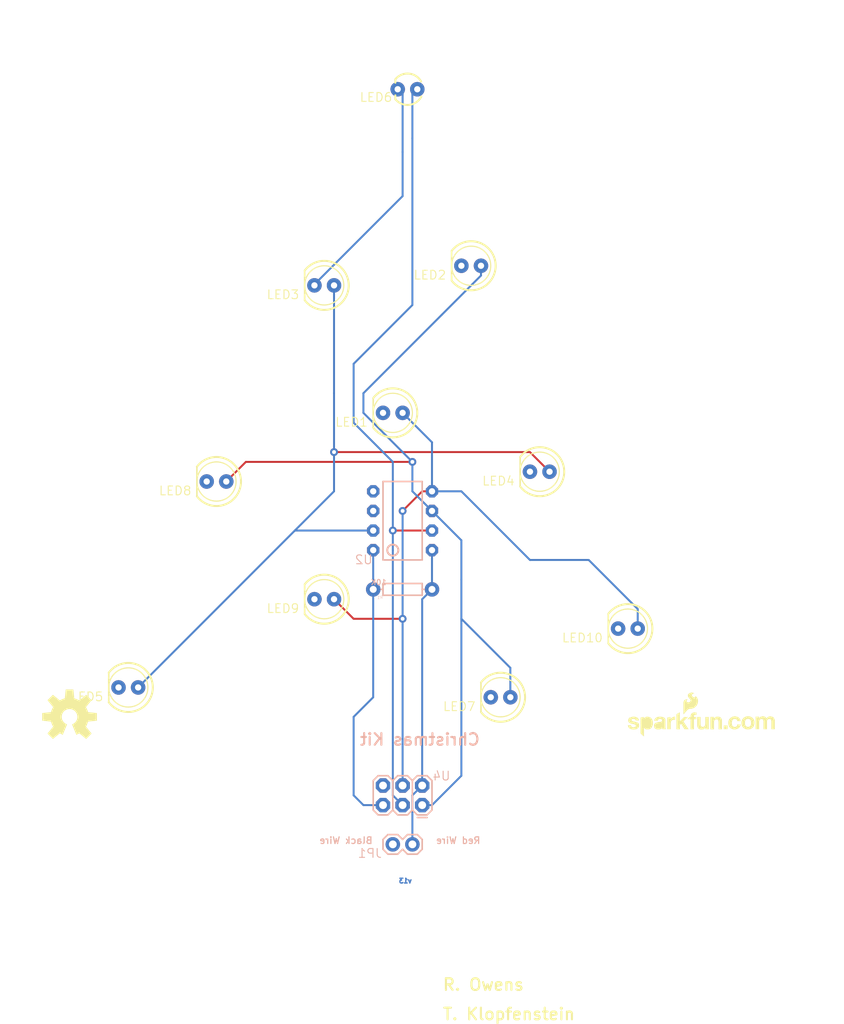
<source format=kicad_pcb>
(kicad_pcb (version 20211014) (generator pcbnew)
  (layers (0 "F.Cu" signal) (31 "B.Cu" signal) (34 "B.Paste" user) (35 "F.Paste" user) (36 "B.SilkS" user "B.Silkscreen") (37 "F.SilkS" user "F.Silkscreen") (38 "B.Mask" user) (39 "F.Mask" user) (44 "Edge.Cuts" user))
  (net 0 "")
  (net 1 "GND")
  (net 2 "LED1")
  (net 3 "LED2")
  (net 4 "LED3")
  (net 5 "RESET")
  (net 6 "VCC")
  (net 7 "SCK")
  (footprint "boardEagle:LED5MM" (layer "F.Cu") (at 209.4611 22.4536 180)
    (fp_text reference "LED2" (at 3.175 -0.5334 180) (layer "F.SilkS") (effects (font (size 1.143 1.143) (thickness 0.127)) (justify right top)))
    (fp_text value "GREEN")
    (fp_line (start 2.54 1.905) (end 2.54 -1.905) (layer "F.SilkS") (width 0.2032))
    (fp_arc (start 2.54 1.905) (mid -3.175 0) (end 2.54 -1.905) (layer "F.SilkS") (width 0.254))
    (fp_circle (center 0 0) (end 2.54 0) (layer "F.SilkS") (width 0.1524) (fill none))
    (pad "A" thru_hole circle (at -1.27 0 180) (size 1.8796 1.8796) (drill 0.8128) (layers *.Cu *.Mask) (net 3 "LED2"))
    (pad "K" thru_hole circle (at 1.27 0 180) (size 1.8796 1.8796) (drill 0.8128) (layers *.Cu *.Mask) (net 1 "GND"))
  )
  (footprint "boardEagle:LED5MM" (layer "F.Cu") (at 218.3511 49.1236 180)
    (fp_text reference "LED4" (at 3.175 -0.5334 180) (layer "F.SilkS") (effects (font (size 1.143 1.143) (thickness 0.127)) (justify right top)))
    (fp_text value "GREEN")
    (fp_line (start 2.54 1.905) (end 2.54 -1.905) (layer "F.SilkS") (width 0.2032))
    (fp_arc (start 2.54 1.905) (mid -3.175 0) (end 2.54 -1.905) (layer "F.SilkS") (width 0.254))
    (fp_circle (center 0 0) (end 2.54 0) (layer "F.SilkS") (width 0.1524) (fill none))
    (pad "A" thru_hole circle (at -1.27 0 180) (size 1.8796 1.8796) (drill 0.8128) (layers *.Cu *.Mask) (net 4 "LED3"))
    (pad "K" thru_hole circle (at 1.27 0 180) (size 1.8796 1.8796) (drill 0.8128) (layers *.Cu *.Mask) (net 1 "GND"))
  )
  (footprint "boardEagle:LED5MM" (layer "F.Cu") (at 199.3011 41.5036 180)
    (fp_text reference "LED1" (at 3.175 -0.5334 180) (layer "F.SilkS") (effects (font (size 1.143 1.143) (thickness 0.127)) (justify right top)))
    (fp_text value "GREEN")
    (fp_line (start 2.54 1.905) (end 2.54 -1.905) (layer "F.SilkS") (width 0.2032))
    (fp_arc (start 2.54 1.905) (mid -3.175 0) (end 2.54 -1.905) (layer "F.SilkS") (width 0.254))
    (fp_circle (center 0 0) (end 2.54 0) (layer "F.SilkS") (width 0.1524) (fill none))
    (pad "A" thru_hole circle (at -1.27 0 180) (size 1.8796 1.8796) (drill 0.8128) (layers *.Cu *.Mask) (net 2 "LED1"))
    (pad "K" thru_hole circle (at 1.27 0 180) (size 1.8796 1.8796) (drill 0.8128) (layers *.Cu *.Mask) (net 1 "GND"))
  )
  (footprint "boardEagle:LED3MM" (layer "F.Cu") (at 201.2061 -0.4064 180)
    (fp_text reference "LED6" (at 1.905 -0.381 180) (layer "F.SilkS") (effects (font (size 1.143 1.143) (thickness 0.127)) (justify right top)))
    (fp_text value "YELLOW")
    (fp_line (start 1.5748 1.2954) (end 1.5748 0.8382) (layer "F.SilkS") (width 0.254))
    (fp_line (start 1.5748 -1.2954) (end 1.5748 -0.7874) (layer "F.SilkS") (width 0.254))
    (fp_arc (start -1.7929 -0.9562) (mid -1.045438 -1.7424) (end 0 -2.032) (layer "F.SilkS") (width 0.254))
    (fp_arc (start 0 2.032) (mid -1.019924 1.757525) (end -1.7643 1.0082) (layer "F.SilkS") (width 0.254))
    (fp_arc (start 1.5512 1.3126) (mid 0.854953 1.843405) (end 0 2.032) (layer "F.SilkS") (width 0.254))
    (fp_arc (start 0 -2.032) (mid 0.861864 -1.840173) (end 1.561 -1.3009) (layer "F.SilkS") (width 0.254))
    (pad "A" thru_hole circle (at -1.27 0 180) (size 1.8796 1.8796) (drill 0.8128) (layers *.Cu *.Mask) (net 7 "SCK"))
    (pad "K" thru_hole circle (at 1.27 0 180) (size 1.8796 1.8796) (drill 0.8128) (layers *.Cu *.Mask) (net 1 "GND"))
  )
  (footprint "boardEagle:SFE-NEW-WEBLOGO" (layer "F.Cu") (at 229.7811 83.4136)
    (fp_text reference "JP2" hide)
    (fp_text value "LOGO-SFENEW" hide)
    (fp_line (start 10.7163 -0.9449) (end 10.7163 -2.5171) (layer "F.SilkS") (width 0.0254))
    (fp_line (start 15.5499 -2.6137) (end 15.5499 -2.2911) (layer "F.SilkS") (width 0.0254))
    (fp_line (start 15.5499 -2.2911) (end 15.527 -2.2911) (layer "F.SilkS") (width 0.0254))
    (fp_line (start 11.1379 -0.9449) (end 10.7163 -0.9449) (layer "F.SilkS") (width 0.0254))
    (fp_line (start 12.1818 -0.955) (end 11.7729 -0.955) (layer "F.SilkS") (width 0.0254))
    (fp_line (start 11.1379 -1.8136) (end 11.1379 -0.9449) (layer "F.SilkS") (width 0.0254))
    (fp_line (start 11.7729 -0.955) (end 11.7729 -1.9202) (layer "F.SilkS") (width 0.0254))
    (fp_line (start 12.1818 -2.0091) (end 12.1818 -0.955) (layer "F.SilkS") (width 0.0254))
    (fp_line (start 15.5702 -2.2962) (end 15.5702 -2.6137) (layer "F.SilkS") (width 0.0254))
    (fp_line (start 11.1201 -2.2962) (end 11.1277 -2.2962) (layer "F.SilkS") (width 0.0254))
    (fp_line (start 10.7163 -2.5171) (end 11.1201 -2.5171) (layer "F.SilkS") (width 0.0254))
    (fp_line (start 15.5702 -2.6137) (end 15.5854 -2.6137) (layer "F.SilkS") (width 0.0254))
    (fp_line (start 11.1201 -2.5171) (end 11.1201 -2.2962) (layer "F.SilkS") (width 0.0254))
    (fp_arc (start 14.7549 -1.9507) (mid 14.882786 -2.260687) (end 15.128201 -2.4892) (layer "F.SilkS") (width 0.0254))
    (fp_arc (start 15.5702 -2.2962) (mid 15.650001 -2.290017) (end 15.7277 -2.2708) (layer "F.SilkS") (width 0.0254))
    (fp_arc (start 14.9911 -1.1201) (mid 14.919858 -1.189481) (end 14.8615 -1.27) (layer "F.SilkS") (width 0.0254))
    (fp_arc (start 15.5854 -2.6137) (mid 15.698073 -2.606673) (end 15.809 -2.5857) (layer "F.SilkS") (width 0.0254))
    (fp_arc (start 11.259799 -2.1692) (mid 11.334441 -2.214452) (end 11.4198 -2.2327) (layer "F.SilkS") (width 0.0254))
    (fp_arc (start 15.9029 -0.9754) (mid 15.724919 -0.932492) (end 15.5423 -0.9195) (layer "F.SilkS") (width 0.0254))
    (fp_arc (start 15.5423 -0.9195) (mid 15.249615 -0.972854) (end 14.9911 -1.1201) (layer "F.SilkS") (width 0.0254))
    (fp_arc (start 11.5672 -2.5552) (mid 11.667584 -2.556058) (end 11.7678 -2.5502) (layer "F.SilkS") (width 0.0254))
    (fp_arc (start 12.0345 -2.4257) (mid 12.104013 -2.336521) (end 12.1488 -2.232699) (layer "F.SilkS") (width 0.0254))
    (fp_arc (start 11.1379 -1.8136) (mid 11.137681 -1.84785) (end 11.1379 -1.8821) (layer "F.SilkS") (width 0.0254))
    (fp_arc (start 15.1282 -2.4892) (mid 15.331296 -2.577713) (end 15.5499 -2.6137) (layer "F.SilkS") (width 0.0254))
    (fp_arc (start 11.7145 -2.1311) (mid 11.758038 -2.02962) (end 11.7729 -1.9202) (layer "F.SilkS") (width 0.0254))
    (fp_arc (start 15.809 -2.5857) (mid 15.978822 -2.520652) (end 16.129 -2.4181) (layer "F.SilkS") (width 0.0254))
    (fp_arc (start 16.4033 -1.8085) (mid 16.380488 -1.583529) (end 16.317 -1.3665) (layer "F.SilkS") (width 0.0254))
    (fp_arc (start 15.278099 -2.1692) (mid 15.388433 -2.258974) (end 15.527 -2.2911) (layer "F.SilkS") (width 0.0254))
    (fp_arc (start 15.7277 -2.2708) (mid 15.783745 -2.244042) (end 15.8318 -2.2047) (layer "F.SilkS") (width 0.0254))
    (fp_arc (start 11.1862 -2.3571) (mid 11.2264 -2.404414) (end 11.2725 -2.446) (layer "F.SilkS") (width 0.0254))
    (fp_arc (start 11.7678 -2.5502) (mid 11.911985 -2.511161) (end 12.0345 -2.425699) (layer "F.SilkS") (width 0.0254))
    (fp_arc (start 15.428 -1.2522) (mid 15.31871 -1.312699) (end 15.24 -1.4097) (layer "F.SilkS") (width 0.0254))
    (fp_arc (start 16.129 -2.4181) (mid 16.333054 -2.143404) (end 16.4033 -1.808499) (layer "F.SilkS") (width 0.0254))
    (fp_arc (start 11.1582 -2.319) (mid 11.152103 -2.311188) (end 11.1455 -2.3038) (layer "F.SilkS") (width 0.0254))
    (fp_arc (start 15.8318 -2.2047) (mid 15.910982 -2.096372) (end 15.9588 -1.971) (layer "F.SilkS") (width 0.0254))
    (fp_arc (start 12.1488 -2.2327) (mid 12.172766 -2.122002) (end 12.1818 -2.0091) (layer "F.SilkS") (width 0.0254))
    (fp_arc (start 15.7632 -1.2725) (mid 15.597525 -1.230563) (end 15.428 -1.2522) (layer "F.SilkS") (width 0.0254))
    (fp_arc (start 16.317 -1.3665) (mid 16.153433 -1.12491) (end 15.9029 -0.9754) (layer "F.SilkS") (width 0.0254))
    (fp_arc (start 15.908 -1.4097) (mid 15.846801 -1.329279) (end 15.7632 -1.2725) (layer "F.SilkS") (width 0.0254))
    (fp_arc (start 15.9588 -1.971) (mid 15.980368 -1.846143) (end 15.9868 -1.7196) (layer "F.SilkS") (width 0.0254))
    (fp_arc (start 11.1684 -2.0396) (mid 11.206138 -2.110015) (end 11.2598 -2.1692) (layer "F.SilkS") (width 0.0254))
    (fp_arc (start 15.9868 -1.7196) (mid 15.966058 -1.559906) (end 15.908 -1.4097) (layer "F.SilkS") (width 0.0254))
    (fp_arc (start 14.7523 -1.5672) (mid 14.737287 -1.759061) (end 14.7549 -1.9507) (layer "F.SilkS") (width 0.0254))
    (fp_arc (start 11.1582 -2.319) (mid 11.172158 -2.338081) (end 11.1862 -2.3571) (layer "F.SilkS") (width 0.0254))
    (fp_arc (start 11.1379 -1.8821) (mid 11.146106 -1.962214) (end 11.1684 -2.0396) (layer "F.SilkS") (width 0.0254))
    (fp_arc (start 15.24 -1.4097) (mid 15.194331 -1.520588) (end 15.1714 -1.6383) (layer "F.SilkS") (width 0.0254))
    (fp_arc (start 11.2725 -2.446) (mid 11.411238 -2.52384) (end 11.5672 -2.5552) (layer "F.SilkS") (width 0.0254))
    (fp_arc (start 11.1455 -2.3038) (mid 11.137379 -2.298176) (end 11.1277 -2.2962) (layer "F.SilkS") (width 0.0254))
    (fp_arc (start 11.5976 -2.2276) (mid 11.664346 -2.1894) (end 11.7145 -2.1311) (layer "F.SilkS") (width 0.0254))
    (fp_arc (start 11.5316 -2.2377) (mid 11.565101 -2.235924) (end 11.5976 -2.2276) (layer "F.SilkS") (width 0.0254))
    (fp_arc (start 15.168899 -1.8847) (mid 15.20247 -2.035022) (end 15.2781 -2.1692) (layer "F.SilkS") (width 0.0254))
    (fp_arc (start 11.5316 -2.2377) (mid 11.475702 -2.235165) (end 11.4198 -2.2327) (layer "F.SilkS") (width 0.0254))
    (fp_arc (start 15.1714 -1.6383) (mid 15.165026 -1.761448) (end 15.1689 -1.8847) (layer "F.SilkS") (width 0.0254))
    (fp_arc (start 14.8615 -1.27) (mid 14.792796 -1.413418) (end 14.7523 -1.5672) (layer "F.SilkS") (width 0.0254))
    (fp_poly (pts (xy 8.809435 -3.119895) (xy 8.875117 -3.1166) (xy 8.89 -3.1166) (xy 8.89 -2.7889) (xy 8.869112 -2.7889) (xy 8.841108 -2.7915) (xy 8.660351 -2.7915) (xy 8.587936 -2.740064) (xy 8.571192 -2.699602) (xy 8.5649 -2.653436) (xy 8.5649 -2.5273) (xy 8.8621 -2.5273) (xy 8.8621 -2.2352) (xy 8.5623 -2.2352) (xy 8.5623 -0.9322) (xy 8.1204 -0.9322) (xy 8.1204 -2.232779) (xy 7.70383 -2.235391) (xy 7.995739 -2.5273) (xy 8.1255 -2.5273) (xy 8.1255 -2.560826) (xy 8.143432 -2.77702) (xy 8.219199 -2.938937) (xy 8.324367 -3.032939) (xy 8.449534 -3.095959) (xy 8.586403 -3.1242) (xy 8.743112 -3.1242)) (layer "F.SilkS") (width 0) (fill solid))
    (fp_poly (pts (xy 12.4257 -0.9449) (xy 12.921 -0.9449) (xy 12.921 -1.43) (xy 12.4257 -1.43)) (layer "F.SilkS") (width 0) (fill solid))
    (fp_poly (pts (xy 17.714962 -2.583496) (xy 17.714669 -2.58013) (xy 17.812284 -2.526288) (xy 17.900302 -2.442716) (xy 17.956995 -2.351455) (xy 17.961394 -2.355854) (xy 18.007182 -2.404147) (xy 18.086856 -2.480888) (xy 18.177617 -2.546023) (xy 18.30384 -2.60027) (xy 18.440544 -2.616304) (xy 18.698981 -2.580082) (xy 18.93345 -2.426436) (xy 19.05 -2.112985) (xy 19.05 -0.9398) (xy 18.6004 -0.9398) (xy 18.6004 -1.979658) (xy 18.558302 -2.150487) (xy 18.49797 -2.220003) (xy 18.412014 -2.255689) (xy 18.322362 -2.262413) (xy 18.233537 -2.253336) (xy 18.121633 -2.190061) (xy 18.068614 -2.109201) (xy 18.041426 -2.014408) (xy 18.036069 -1.960144) (xy 18.034 -1.904767) (xy 18.034 -0.9398) (xy 17.5768 -0.9398) (xy 17.5768 -2.006808) (xy 17.507834 -2.191589) (xy 17.433119 -2.246143) (xy 17.339789 -2.26304) (xy 17.298061 -2.260863) (xy 17.256145 -2.258198) (xy 17.19103 -2.2421) (xy 17.135402 -2.205103) (xy 17.092564 -2.160343) (xy 17.055171 -2.112821) (xy 17.0155 -1.934108) (xy 17.0155 -0.9423) (xy 16.5583 -0.9423) (xy 16.5583 -2.573) (xy 16.9824 -2.573) (xy 16.9824 -2.355139) (xy 16.985319 -2.355789) (xy 17.015959 -2.3959) (xy 17.093229 -2.475705) (xy 17.171263 -2.538367) (xy 17.262579 -2.579887) (xy 17.318155 -2.59498) (xy 17.374103 -2.605849) (xy 17.443329 -2.614463) (xy 17.514022 -2.618767)) (layer "F.SilkS") (width 0) (fill solid))
    (fp_poly (pts (xy 2.834651 -2.506079) (xy 2.92707 -2.450683) (xy 3.011605 -2.383731) (xy 3.1267 -2.221709) (xy 3.1267 -2.263503) (xy 3.219434 -1.972794) (xy 3.236098 -1.526727) (xy 3.068933 -1.135798) (xy 2.975978 -1.041462) (xy 2.864973 -0.970996) (xy 2.740356 -0.92713) (xy 2.372489 -0.922) (xy 2.370226 -0.922) (xy 2.254471 -0.962806) (xy 2.0828 -1.127587) (xy 2.0828 0.010757) (xy 1.6434 -0.385552) (xy 1.6434 -2.45912) (xy 2.057593 -2.537568) (xy 2.055012 -2.330538) (xy 2.068304 -2.345345) (xy 2.15812 -2.442839) (xy 2.234107 -2.497896) (xy 2.368681 -2.552194) (xy 2.419192 -2.562883) (xy 2.620347 -2.565422)) (layer "F.SilkS") (width 0) (fill solid))
    (fp_poly (pts (xy 8.337002 -5.691103) (xy 8.426449 -5.668729) (xy 8.439477 -5.663683) (xy 8.451149 -5.657775) (xy 8.46786 -5.649476) (xy 8.486552 -5.642734) (xy 8.582694 -5.5855) (xy 8.5903 -5.5855) (xy 8.5903 -5.5601) (xy 8.517833 -5.5601) (xy 8.419418 -5.540814) (xy 8.285855 -5.378186) (xy 8.290365 -5.319725) (xy 8.33909 -5.224769) (xy 8.415666 -5.148096) (xy 8.505069 -5.083538) (xy 8.580348 -5.051724) (xy 8.661737 -5.054532) (xy 8.669864 -5.057086) (xy 8.677257 -5.060289) (xy 8.741514 -5.119856) (xy 8.7478 -5.142712) (xy 8.7478 -5.260838) (xy 8.974707 -5.031027) (xy 9.079186 -4.739741) (xy 9.082603 -4.739794) (xy 9.08906 -4.533335) (xy 9.059857 -4.34032) (xy 8.996308 -4.155742) (xy 8.8773 -3.944478) (xy 8.8773 -3.963481) (xy 8.589131 -3.69191) (xy 8.193239 -3.5814) (xy 7.964005 -3.5814) (xy 7.927201 -3.574946) (xy 7.892776 -3.562492) (xy 7.707322 -3.424684) (xy 7.1984 -2.85199) (xy 7.1984 -4.40367) (xy 7.271004 -4.644867) (xy 7.379295 -4.748389) (xy 7.518122 -4.800422) (xy 7.6149 -4.807989) (xy 7.710384 -4.800523) (xy 7.77091 -4.790999) (xy 7.768788 -4.767333) (xy 7.733216 -4.768142) (xy 7.712784 -4.759041) (xy 7.631519 -4.700054) (xy 7.611722 -4.67357) (xy 7.601395 -4.6114) (xy 7.611905 -4.548129) (xy 7.632405 -4.508074) (xy 7.663343 -4.475585) (xy 7.757535 -4.42645) (xy 7.863229 -4.414642) (xy 7.953768 -4.432984) (xy 8.03522 -4.472556) (xy 8.13303 -4.637559) (xy 8.118706 -4.731744) (xy 8.061914 -4.813301) (xy 7.795707 -5.146137) (xy 7.772667 -5.393755) (xy 7.838495 -5.504456) (xy 7.840042 -5.506003) (xy 7.989901 -5.63002) (xy 8.243676 -5.699964)) (layer "F.SilkS") (width 0) (fill solid))
    (fp_poly (pts (xy 4.444983 -2.544915) (xy 4.588724 -2.501712) (xy 4.72259 -2.430523) (xy 4.844814 -2.271666) (xy 4.859671 -2.1819) (xy 4.8616 -2.1819) (xy 4.8616 -1.6891) (xy 4.864173 -1.6891) (xy 4.861603 -1.242544) (xy 4.871819 -1.108765) (xy 4.906709 -0.979276) (xy 4.920484 -0.9423) (xy 4.495275 -0.9423) (xy 4.477494 -0.951279) (xy 4.472002 -0.970735) (xy 4.468249 -0.985133) (xy 4.446292 -1.084946) (xy 4.440321 -1.089528) (xy 4.438946 -1.088886) (xy 4.309064 -0.98859) (xy 4.153188 -0.927249) (xy 3.824183 -0.906712) (xy 3.683825 -0.938256) (xy 3.554173 -1.000134) (xy 3.486826 -1.05665) (xy 3.437273 -1.130532) (xy 3.3807 -1.444163) (xy 3.3807 -1.446675) (xy 3.401941 -1.543624) (xy 3.446308 -1.632822) (xy 3.527788 -1.722902) (xy 3.632416 -1.784766) (xy 3.937258 -1.861632) (xy 4.048648 -1.873601) (xy 4.159032 -1.884616) (xy 4.224808 -1.893434) (xy 4.289167 -1.907055) (xy 4.336271 -1.923637) (xy 4.379043 -1.948303) (xy 4.407461 -1.974391) (xy 4.413402 -1.982997) (xy 4.4171 -1.991455) (xy 4.4171 -2.14983) (xy 4.358226 -2.232254) (xy 4.254396 -2.270917) (xy 4.188033 -2.274326) (xy 4.120968 -2.275774) (xy 4.006679 -2.25395) (xy 3.883049 -2.131716) (xy 3.8659 -2.045941) (xy 3.8659 -2.0295) (xy 3.429 -2.0295) (xy 3.429 -2.040006) (xy 3.418965 -2.041638) (xy 3.439259 -2.166448) (xy 3.491292 -2.283494) (xy 3.571378 -2.383462) (xy 3.674008 -2.459597) (xy 3.791998 -2.513469) (xy 3.916944 -2.547448) (xy 4.18103 -2.571338)) (layer "F.SilkS") (width 0) (fill solid))
    (fp_poly (pts (xy 6.1316 -2.557116) (xy 6.1316 -2.1463) (xy 6.115783 -2.1463) (xy 6.10653 -2.147054) (xy 6.097893 -2.149211) (xy 6.068387 -2.157247) (xy 6.038922 -2.161538) (xy 5.96265 -2.16474) (xy 5.887609 -2.16159) (xy 5.731931 -2.107297) (xy 5.637642 -2.018651) (xy 5.577302 -1.903423) (xy 5.5499 -1.736362) (xy 5.5499 -0.9423) (xy 5.107878 -0.9423) (xy 5.110519 -2.454146) (xy 5.522 -2.527255) (xy 5.522 -2.234211) (xy 5.526569 -2.235704) (xy 5.544428 -2.262537) (xy 5.578841 -2.314524) (xy 5.613758 -2.367854) (xy 5.686736 -2.438162) (xy 5.778008 -2.498223) (xy 5.979984 -2.565515)) (layer "F.SilkS") (width 0) (fill solid))
    (fp_poly (pts (xy 6.7335 -1.97376) (xy 7.284539 -2.5248) (xy 7.78835 -2.5248) (xy 7.197009 -1.946483) (xy 7.869909 -0.937183) (xy 7.330929 -0.939835) (xy 6.903958 -1.643716) (xy 6.7386 -1.483032) (xy 6.7386 -0.9296) (xy 6.306639 -0.9296) (xy 6.2941 -0.942139) (xy 6.2941 -2.887776) (xy 6.7335 -3.138467)) (layer "F.SilkS") (width 0) (fill solid))
    (fp_poly (pts (xy 11.770768 -2.56283) (xy 12.043428 -2.435548) (xy 12.160999 -2.237024) (xy 12.1945 -2.010032) (xy 12.1945 -0.9423) (xy 11.7602 -0.9423) (xy 11.7602 -1.918474) (xy 11.70302 -2.124971) (xy 11.656141 -2.179464) (xy 11.593345 -2.215403) (xy 11.53092 -2.224956) (xy 11.476269 -2.222478) (xy 11.422495 -2.220106) (xy 11.268 -2.158791) (xy 11.18035 -2.034508) (xy 11.1506 -1.880883) (xy 11.1506 -0.9322) (xy 10.7036 -0.9322) (xy 10.7036 -2.5298) (xy 11.1328 -2.5298) (xy 11.1328 -2.310454) (xy 11.136857 -2.313263) (xy 11.148195 -2.326834) (xy 11.161924 -2.345602) (xy 11.176241 -2.364992) (xy 11.217267 -2.413279) (xy 11.265048 -2.456381) (xy 11.406772 -2.535896) (xy 11.566093 -2.567932)) (layer "F.SilkS") (width 0) (fill solid))
    (fp_poly (pts (xy 1.201557 -2.290098) (xy 1.414074 -2.156268) (xy 1.42383 -2.065) (xy 1.01008 -2.065) (xy 1.00135 -2.126336) (xy 0.936084 -2.220524) (xy 0.871818 -2.257603) (xy 0.798545 -2.2758) (xy 0.628591 -2.2758) (xy 0.583991 -2.267366) (xy 0.541641 -2.251683) (xy 0.51157 -2.232098) (xy 0.488615 -2.205726) (xy 0.469153 -2.152745) (xy 0.474605 -2.097619) (xy 0.521549 -2.031824) (xy 0.664468 -1.962838) (xy 0.866638 -1.922444) (xy 1.206678 -1.822687) (xy 1.354318 -1.729494) (xy 1.389578 -1.692366) (xy 1.416579 -1.648151) (xy 1.460229 -1.440208) (xy 1.447804 -1.4376) (xy 1.460484 -1.436955) (xy 1.457817 -1.384541) (xy 1.452657 -1.33034) (xy 1.371775 -1.140043) (xy 1.14885 -0.969822) (xy 1.013381 -0.927267) (xy 0.74708 -0.904177) (xy 0.617383 -0.909691) (xy 0.487493 -0.922202) (xy 0.306845 -0.984179) (xy 0.185213 -1.061804) (xy 0.109225 -1.132023) (xy 0.056988 -1.2215) (xy 0.013059 -1.350644) (xy 0.002577 -1.410659) (xy -0.00152 -1.469003) (xy 0.738195 -1.10308) (xy 1.120535 -1.189415) (xy 1.224069 -1.497645) (xy 0.809011 -1.723764) (xy 0.364394 -1.98847) (xy 0.308075 -2.310537) (xy 0.741882 -2.423672)) (layer "F.SilkS") (width 0) (fill solid))
    (fp_poly (pts (xy 0.803285 -2.567895) (xy 0.944243 -2.553799) (xy 1.081508 -2.516334) (xy 1.193542 -2.461399) (xy 1.291841 -2.383865) (xy 1.357039 -2.297824) (xy 1.377068 -2.257603) (xy 1.393653 -2.216867) (xy 1.417283 -2.151914) (xy 1.353784 -2.105111) (xy 1.152335 -2.254241) (xy 0.736496 -2.387002) (xy 0.372563 -2.277101) (xy 0.417885 -2.019712) (xy 1.241556 -1.540676) (xy 1.263422 -1.497067) (xy 1.147655 -1.152457) (xy 0.724605 -1.058492) (xy -0.038666 -1.4605) (xy 0.4115 -1.4605) (xy 0.4115 -1.443466) (xy 0.420402 -1.369907) (xy 0.454647 -1.305856) (xy 0.524204 -1.243359) (xy 0.610838 -1.206018) (xy 0.637726 -1.200933) (xy 0.665996 -1.198897) (xy 0.7328 -1.198389) (xy 0.79791 -1.198884) (xy 0.968129 -1.258019) (xy 1.007666 -1.302193) (xy 1.028603 -1.358428) (xy 1.025789 -1.425439) (xy 0.995864 -1.485288) (xy 0.943734 -1.527918) (xy 0.715431 -1.605731) (xy 0.533161 -1.644154) (xy 0.351479 -1.692254) (xy 0.230117 -1.743632) (xy 0.122357 -1.822697) (xy 0.0457 -1.960096) (xy 0.0457 -1.963141) (xy 0.038572 -2.135467) (xy 0.0838 -2.300409) (xy 0.0838 -2.303445) (xy 0.206233 -2.444416) (xy 0.620397 -2.567885) (xy 0.71245 -2.568634)) (layer "F.SilkS") (width 0) (fill solid))
    (fp_poly (pts (xy 14.181776 -2.563159) (xy 14.181555 -2.560669) (xy 14.327447 -2.496725) (xy 14.547848 -2.246517) (xy 14.619242 -1.9914) (xy 14.1707 -1.9914) (xy 14.1707 -2.005388) (xy 14.15242 -2.10038) (xy 14.100807 -2.180729) (xy 14.023181 -2.236025) (xy 13.860405 -2.2706) (xy 13.694207 -2.245798) (xy 13.653262 -2.227396) (xy 13.618712 -2.198612) (xy 13.531409 -2.074936) (xy 13.459735 -1.779947) (xy 13.507258 -1.471936) (xy 13.55233 -1.379537) (xy 13.718934 -1.256376) (xy 13.795519 -1.238584) (xy 13.875272 -1.234455) (xy 13.963395 -1.249226) (xy 14.044683 -1.286045) (xy 14.088707 -1.320383) (xy 14.123821 -1.362695) (xy 14.191983 -1.5646) (xy 14.6202 -1.5646) (xy 14.6202 -1.546046) (xy 14.607183 -1.4497) (xy 14.551954 -1.307962) (xy 14.468685 -1.180108) (xy 14.234909 -0.989147) (xy 13.88734 -0.904104) (xy 13.726062 -0.914148) (xy 13.567886 -0.942693) (xy 13.423659 -0.994928) (xy 13.188191 -1.185237) (xy 13.098694 -1.32648) (xy 13.017451 -1.644495) (xy 13.0251 -1.894992) (xy 13.0251 -1.896181) (xy 13.064859 -2.076939) (xy 13.14486 -2.243932) (xy 13.26133 -2.388842) (xy 13.574558 -2.580191) (xy 13.883988 -2.616332)) (layer "F.SilkS") (width 0) (fill solid))
    (fp_poly (pts (xy 15.5499 -2.609649) (xy 15.5499 -2.29782) (xy 15.429469 -2.281338) (xy 15.314616 -2.217851) (xy 15.23586 -2.109416) (xy 15.196312 -2.020604) (xy 15.168868 -1.873153) (xy 15.163824 -1.687316) (xy 15.181322 -1.562471) (xy 15.218744 -1.447652) (xy 15.272523 -1.345) (xy 15.437302 -1.244156) (xy 15.6121 -1.221967) (xy 15.787119 -1.281181) (xy 15.894998 -1.379217) (xy 15.949332 -1.500229) (xy 15.9868 -1.655017) (xy 15.9868 -1.797481) (xy 15.961756 -1.990339) (xy 15.88736 -2.151531) (xy 15.803924 -2.232457) (xy 15.708711 -2.283762) (xy 15.58997 -2.2936) (xy 15.567485 -2.2936) (xy 15.57294 -2.617878) (xy 15.788992 -2.590535) (xy 15.954486 -2.53364) (xy 16.155367 -2.394616) (xy 16.266844 -2.264968) (xy 16.37246 -2.027864) (xy 16.400898 -1.805948) (xy 16.375193 -1.592623) (xy 16.305839 -1.343513) (xy 16.222719 -1.211114) (xy 16.101494 -1.095067) (xy 15.987532 -1.014773) (xy 15.799031 -0.950211) (xy 15.544583 -0.924513) (xy 15.240687 -0.965682) (xy 14.951456 -1.146439) (xy 14.788469 -1.399985) (xy 14.726674 -1.793647) (xy 14.809154 -2.154405) (xy 15.026083 -2.4307) (xy 15.368412 -2.600648) (xy 15.51864 -2.6187) (xy 15.52691 -2.6187)) (layer "F.SilkS") (width 0) (fill solid))
    (fp_poly (pts (xy 9.4234 -1.520809) (xy 9.472888 -1.359974) (xy 9.516069 -1.308185) (xy 9.573108 -1.271734) (xy 9.714103 -1.241374) (xy 9.853529 -1.268908) (xy 10.003067 -1.442966) (xy 10.033 -1.684784) (xy 10.033 -2.5273) (xy 10.48 -2.5273) (xy 10.48 -0.9398) (xy 10.0533 -0.9398) (xy 10.0533 -1.159713) (xy 9.961626 -1.051965) (xy 9.823848 -0.946774) (xy 9.797269 -0.933513) (xy 9.76873 -0.924761) (xy 9.46843 -0.899096) (xy 9.311419 -0.929258) (xy 9.173895 -1.0008) (xy 9.172522 -1.0008) (xy 9.155194 -1.014756) (xy 9.141833 -1.028106) (xy 9.055991 -1.150842) (xy 9.0022 -1.291099) (xy 8.984 -1.439423) (xy 8.984 -2.5324) (xy 9.4234 -2.5324)) (layer "F.SilkS") (width 0) (fill solid))
  )
  (footprint "boardEagle:LED5MM" (layer "F.Cu") (at 190.4111 24.9936 180)
    (fp_text reference "LED3" (at 3.175 -0.5334 180) (layer "F.SilkS") (effects (font (size 1.143 1.143) (thickness 0.127)) (justify right top)))
    (fp_text value "GREEN")
    (fp_line (start 2.54 1.905) (end 2.54 -1.905) (layer "F.SilkS") (width 0.2032))
    (fp_arc (start 2.54 1.905) (mid -3.175 0) (end 2.54 -1.905) (layer "F.SilkS") (width 0.254))
    (fp_circle (center 0 0) (end 2.54 0) (layer "F.SilkS") (width 0.1524) (fill none))
    (pad "A" thru_hole circle (at -1.27 0 180) (size 1.8796 1.8796) (drill 0.8128) (layers *.Cu *.Mask) (net 4 "LED3"))
    (pad "K" thru_hole circle (at 1.27 0 180) (size 1.8796 1.8796) (drill 0.8128) (layers *.Cu *.Mask) (net 1 "GND"))
  )
  (footprint "boardEagle:CREATIVE_COMMONS" (layer "F.Cu") (at 174.894643 116.4336)
    (fp_text reference "FRAME1" hide)
    (fp_text value "FRAME-LETTER" hide)
  )
  (footprint "boardEagle:OSHW-LOGO-L" (layer "F.Cu") (at 157.3911 80.8736)
    (fp_text reference "LOGO1" hide)
    (fp_text value "OSHW-LOGOL" hide)
    (fp_poly (pts (xy 0.610796 -2.402544) (xy 0.821484 -2.341478) (xy 1.07475 -2.236589) (xy 1.266928 -2.130809) (xy 2.159919 -2.858947) (xy 2.858947 -2.159919) (xy 2.128937 -1.264633) (xy 2.340898 -0.823484) (xy 2.402544 -0.610796) (xy 3.5489 -0.494262) (xy 3.5489 0.494262) (xy 2.399597 0.611095) (xy 2.237593 1.072925) (xy 2.130809 1.266928) (xy 2.858947 2.159919) (xy 2.159919 2.858947) (xy 1.26577 2.129865) (xy 0.882794 2.327084) (xy 0.323184 0.976133) (xy 0.55859 0.851582) (xy 0.707766 0.732309) (xy 0.832045 0.587286) (xy 0.927066 0.421602) (xy 0.989479 0.241097) (xy 1.017093 0.05211) (xy 1.008937 -0.138715) (xy 0.965296 -0.324657) (xy 0.887708 -0.499175) (xy 0.778894 -0.656147) (xy 0.64269 -0.790039) (xy 0.483883 -0.896144) (xy 0.308058 -0.970735) (xy 0.12139 -1.011186) (xy -0.069537 -1.016073) (xy -0.258025 -0.985226) (xy -0.437433 -0.919731) (xy -0.601469 -0.821886) (xy -0.744343 -0.69514) (xy -0.861043 -0.543944) (xy -0.947463 -0.373614) (xy -1.000558 -0.190158) (xy -1.018453 -0.000157) (xy -0.998874 0.198682) (xy -0.940924 0.389729) (xy -0.846813 0.565799) (xy -0.720162 0.720119) (xy -0.565833 0.846768) (xy -0.323294 0.976398) (xy -0.882794 2.327084) (xy -1.26577 2.129865) (xy -2.159919 2.858947) (xy -2.858947 2.159919) (xy -2.130809 1.266928) (xy -2.236589 1.07475) (xy -2.341478 0.821484) (xy -2.402544 0.610796) (xy -3.5489 0.494262) (xy -3.5489 -0.494262) (xy -2.402544 -0.610796) (xy -2.341478 -0.821484) (xy -2.236589 -1.07475) (xy -2.130809 -1.266928) (xy -2.858947 -2.159919) (xy -2.159919 -2.858947) (xy -1.266928 -2.130809) (xy -1.07475 -2.236589) (xy -0.821484 -2.341478) (xy -0.610796 -2.402544) (xy -0.494262 -3.5489) (xy 0.494262 -3.5489)) (layer "F.SilkS") (width 0) (fill solid))
  )
  (footprint "boardEagle:REVISION" (layer "F.Cu") (at 186.6011 118.9736)
    (fp_text reference "U$1" hide)
    (fp_text value "REVISION" hide)
  )
  (footprint "boardEagle:LED5MM" (layer "F.Cu") (at 229.7811 69.4436 180)
    (fp_text reference "LED10" (at 3.175 -0.5334 180) (layer "F.SilkS") (effects (font (size 1.143 1.143) (thickness 0.127)) (justify right top)))
    (fp_text value "GREEN")
    (fp_line (start 2.54 1.905) (end 2.54 -1.905) (layer "F.SilkS") (width 0.2032))
    (fp_arc (start 2.54 1.905) (mid -3.175 0) (end 2.54 -1.905) (layer "F.SilkS") (width 0.254))
    (fp_circle (center 0 0) (end 2.54 0) (layer "F.SilkS") (width 0.1524) (fill none))
    (pad "A" thru_hole circle (at -1.27 0 180) (size 1.8796 1.8796) (drill 0.8128) (layers *.Cu *.Mask) (net 2 "LED1"))
    (pad "K" thru_hole circle (at 1.27 0 180) (size 1.8796 1.8796) (drill 0.8128) (layers *.Cu *.Mask) (net 1 "GND"))
  )
  (footprint "boardEagle:LED5MM" (layer "F.Cu") (at 213.2711 78.3336 180)
    (fp_text reference "LED7" (at 3.175 -0.5334 180) (layer "F.SilkS") (effects (font (size 1.143 1.143) (thickness 0.127)) (justify right top)))
    (fp_text value "GREEN")
    (fp_line (start 2.54 1.905) (end 2.54 -1.905) (layer "F.SilkS") (width 0.2032))
    (fp_arc (start 2.54 1.905) (mid -3.175 0) (end 2.54 -1.905) (layer "F.SilkS") (width 0.254))
    (fp_circle (center 0 0) (end 2.54 0) (layer "F.SilkS") (width 0.1524) (fill none))
    (pad "A" thru_hole circle (at -1.27 0 180) (size 1.8796 1.8796) (drill 0.8128) (layers *.Cu *.Mask) (net 3 "LED2"))
    (pad "K" thru_hole circle (at 1.27 0 180) (size 1.8796 1.8796) (drill 0.8128) (layers *.Cu *.Mask) (net 1 "GND"))
  )
  (footprint "boardEagle:LED5MM" (layer "F.Cu") (at 165.0111 77.0636 180)
    (fp_text reference "LED5" (at 3.175 -0.5334 180) (layer "F.SilkS") (effects (font (size 1.143 1.143) (thickness 0.127)) (justify right top)))
    (fp_text value "GREEN")
    (fp_line (start 2.54 1.905) (end 2.54 -1.905) (layer "F.SilkS") (width 0.2032))
    (fp_arc (start 2.54 1.905) (mid -3.175 0) (end 2.54 -1.905) (layer "F.SilkS") (width 0.254))
    (fp_circle (center 0 0) (end 2.54 0) (layer "F.SilkS") (width 0.1524) (fill none))
    (pad "A" thru_hole circle (at -1.27 0 180) (size 1.8796 1.8796) (drill 0.8128) (layers *.Cu *.Mask) (net 4 "LED3"))
    (pad "K" thru_hole circle (at 1.27 0 180) (size 1.8796 1.8796) (drill 0.8128) (layers *.Cu *.Mask) (net 1 "GND"))
  )
  (footprint "" (layer "F.Cu") (at 201.2061 -5.2324)
    (fp_text reference "@HOLE0" hide)
    (fp_text value "" (at 0 0) (layer "F.SilkS") (effects (font (size 1.27 1.27))))
    (pad "" np_thru_hole circle (at 0 0) (size 0.508 0.508) (drill 0.508) (layers *.Cu *.Mask))
  )
  (footprint "boardEagle:LED5MM" (layer "F.Cu") (at 176.4411 50.3936 180)
    (fp_text reference "LED8" (at 3.175 -0.5334 180) (layer "F.SilkS") (effects (font (size 1.143 1.143) (thickness 0.127)) (justify right top)))
    (fp_text value "GREEN")
    (fp_line (start 2.54 1.905) (end 2.54 -1.905) (layer "F.SilkS") (width 0.2032))
    (fp_arc (start 2.54 1.905) (mid -3.175 0) (end 2.54 -1.905) (layer "F.SilkS") (width 0.254))
    (fp_circle (center 0 0) (end 2.54 0) (layer "F.SilkS") (width 0.1524) (fill none))
    (pad "A" thru_hole circle (at -1.27 0 180) (size 1.8796 1.8796) (drill 0.8128) (layers *.Cu *.Mask) (net 3 "LED2"))
    (pad "K" thru_hole circle (at 1.27 0 180) (size 1.8796 1.8796) (drill 0.8128) (layers *.Cu *.Mask) (net 1 "GND"))
  )
  (footprint "boardEagle:LED5MM" (layer "F.Cu") (at 190.4111 65.6336 180)
    (fp_text reference "LED9" (at 3.175 -0.5334 180) (layer "F.SilkS") (effects (font (size 1.143 1.143) (thickness 0.127)) (justify right top)))
    (fp_text value "GREEN")
    (fp_line (start 2.54 1.905) (end 2.54 -1.905) (layer "F.SilkS") (width 0.2032))
    (fp_arc (start 2.54 1.905) (mid -3.175 0) (end 2.54 -1.905) (layer "F.SilkS") (width 0.254))
    (fp_circle (center 0 0) (end 2.54 0) (layer "F.SilkS") (width 0.1524) (fill none))
    (pad "A" thru_hole circle (at -1.27 0 180) (size 1.8796 1.8796) (drill 0.8128) (layers *.Cu *.Mask) (net 2 "LED1"))
    (pad "K" thru_hole circle (at 1.27 0 180) (size 1.8796 1.8796) (drill 0.8128) (layers *.Cu *.Mask) (net 1 "GND"))
  )
  (footprint "boardEagle:DIP08" (layer "B.Cu") (at 200.5711 55.4736 90)
    (fp_text reference "U2" (at -5.715 -3.81 180) (layer "B.SilkS") (effects (font (size 1.143 1.143) (thickness 0.127)) (justify left bottom mirror)))
    (fp_text value "ATTINY13DIP")
    (fp_line (start -5.08 2.54) (end -5.08 -1.524) (layer "B.SilkS") (width 0.2032))
    (fp_line (start 5.08 2.54) (end 5.08 -2.54) (layer "B.SilkS") (width 0.2032))
    (fp_line (start -5.08 -2.54) (end 5.08 -2.54) (layer "B.SilkS") (width 0.2032))
    (fp_line (start -5.08 -1.524) (end -5.08 -1.016) (layer "B.SilkS") (width 0.2032))
    (fp_line (start -5.08 -2.54) (end -5.08 -1.524) (layer "B.SilkS") (width 0.2032))
    (fp_line (start -5.08 2.54) (end 5.08 2.54) (layer "B.SilkS") (width 0.2032))
    (fp_circle (center -3.81 -1.27) (end -3.0916 -1.27) (layer "B.SilkS") (width 0.254) (fill none))
    (pad "1" thru_hole roundrect (at -3.81 -3.81 90) (size 1.6002 1.6002) (drill 0.8128) (layers *.Cu *.Mask) (chamfer_ratio 0.2928932188) (chamfer top_left top_right bottom_left bottom_right) (net 5 "RESET"))
    (pad "2" thru_hole roundrect (at -1.27 -3.81 90) (size 1.6002 1.6002) (drill 0.8128) (layers *.Cu *.Mask) (chamfer_ratio 0.2928932188) (chamfer top_left top_right bottom_left bottom_right) (net 4 "LED3"))
    (pad "3" thru_hole roundrect (at 1.27 -3.81 90) (size 1.6002 1.6002) (drill 0.8128) (layers *.Cu *.Mask) (chamfer_ratio 0.2928932188) (chamfer top_left top_right bottom_left bottom_right))
    (pad "4" thru_hole roundrect (at 3.81 -3.81 90) (size 1.6002 1.6002) (drill 0.8128) (layers *.Cu *.Mask) (chamfer_ratio 0.2928932188) (chamfer top_left top_right bottom_left bottom_right) (net 1 "GND"))
    (pad "5" thru_hole roundrect (at 3.81 3.81 90) (size 1.6002 1.6002) (drill 0.8128) (layers *.Cu *.Mask) (chamfer_ratio 0.2928932188) (chamfer top_left top_right bottom_left bottom_right) (net 2 "LED1"))
    (pad "6" thru_hole roundrect (at 1.27 3.81 90) (size 1.6002 1.6002) (drill 0.8128) (layers *.Cu *.Mask) (chamfer_ratio 0.2928932188) (chamfer top_left top_right bottom_left bottom_right) (net 3 "LED2"))
    (pad "7" thru_hole roundrect (at -1.27 3.81 90) (size 1.6002 1.6002) (drill 0.8128) (layers *.Cu *.Mask) (chamfer_ratio 0.2928932188) (chamfer top_left top_right bottom_left bottom_right) (net 7 "SCK"))
    (pad "8" thru_hole roundrect (at -3.81 3.81 90) (size 1.6002 1.6002) (drill 0.8128) (layers *.Cu *.Mask) (chamfer_ratio 0.2928932188) (chamfer top_left top_right bottom_left bottom_right) (net 6 "VCC"))
  )
  (footprint "boardEagle:AXIAL-0.3" (layer "B.Cu") (at 200.5711 64.3636)
    (fp_text reference "R1" (at -2.54 1.27 180) (layer "B.SilkS") (effects (font (size 0.373888 0.373888) (thickness 0.032512)) (justify left bottom mirror)))
    (fp_text value "10K" (at -2.032 -0.508 180) (layer "B.SilkS") (effects (font (size 0.69088 0.69088) (thickness 0.12192)) (justify left bottom mirror)))
    (fp_line (start -2.54 0.762) (end 2.54 0.762) (layer "B.SilkS") (width 0.2032))
    (fp_line (start 2.54 0) (end 2.794 0) (layer "B.SilkS") (width 0.2032))
    (fp_line (start -2.54 -0.762) (end -2.54 0) (layer "B.SilkS") (width 0.2032))
    (fp_line (start -2.54 0) (end -2.54 0.762) (layer "B.SilkS") (width 0.2032))
    (fp_line (start 2.54 0) (end 2.54 -0.762) (layer "B.SilkS") (width 0.2032))
    (fp_line (start 2.54 -0.762) (end -2.54 -0.762) (layer "B.SilkS") (width 0.2032))
    (fp_line (start 2.54 0.762) (end 2.54 0) (layer "B.SilkS") (width 0.2032))
    (fp_line (start -2.54 0) (end -2.794 0) (layer "B.SilkS") (width 0.2032))
    (pad "P$1" thru_hole circle (at -3.81 0) (size 1.8796 1.8796) (drill 0.9) (layers *.Cu *.Mask) (net 5 "RESET"))
    (pad "P$2" thru_hole circle (at 3.81 0) (size 1.8796 1.8796) (drill 0.9) (layers *.Cu *.Mask) (net 6 "VCC"))
  )
  (footprint "boardEagle:2X3" (layer "B.Cu") (at 203.1111 92.3036 180)
    (fp_text reference "U4" (at -1.27 4.445) (layer "B.SilkS") (effects (font (size 1.143 1.143) (thickness 0.127)) (justify right top mirror)))
    (fp_text value "AVR_SPI_PRG_6PTH")
    (fp_line (start 5.715 3.81) (end 6.35 3.175) (layer "B.SilkS") (width 0.2032))
    (fp_line (start 0.635 -1.605) (end -0.635 -1.605) (layer "B.SilkS") (width 0.2032))
    (fp_line (start 6.35 3.175) (end 6.35 -0.635) (layer "B.SilkS") (width 0.2032))
    (fp_line (start 0.635 3.81) (end 1.27 3.175) (layer "B.SilkS") (width 0.2032))
    (fp_line (start 0.635 -1.27) (end 1.27 -0.635) (layer "B.SilkS") (width 0.2032))
    (fp_line (start 1.27 -0.635) (end 1.905 -1.27) (layer "B.SilkS") (width 0.2032))
    (fp_line (start 1.27 3.175) (end 1.27 -0.635) (layer "B.SilkS") (width 0.2032))
    (fp_line (start -1.27 -0.635) (end -1.27 3.175) (layer "B.SilkS") (width 0.2032))
    (fp_line (start -0.635 3.81) (end 0.635 3.81) (layer "B.SilkS") (width 0.2032))
    (fp_line (start 4.445 3.81) (end 5.715 3.81) (layer "B.SilkS") (width 0.2032))
    (fp_line (start 3.175 -1.27) (end 3.81 -0.635) (layer "B.SilkS") (width 0.2032))
    (fp_line (start 3.175 3.81) (end 3.81 3.175) (layer "B.SilkS") (width 0.2032))
    (fp_line (start 1.905 3.81) (end 3.175 3.81) (layer "B.SilkS") (width 0.2032))
    (fp_line (start 1.905 -1.27) (end 3.175 -1.27) (layer "B.SilkS") (width 0.2032))
    (fp_line (start 1.27 3.175) (end 1.905 3.81) (layer "B.SilkS") (width 0.2032))
    (fp_line (start 4.445 -1.27) (end 5.715 -1.27) (layer "B.SilkS") (width 0.2032))
    (fp_line (start 5.715 -1.27) (end 6.35 -0.635) (layer "B.SilkS") (width 0.2032))
    (fp_line (start 3.81 -0.635) (end 4.445 -1.27) (layer "B.SilkS") (width 0.2032))
    (fp_line (start -1.27 -0.635) (end -0.635 -1.27) (layer "B.SilkS") (width 0.2032))
    (fp_line (start -1.27 3.175) (end -0.635 3.81) (layer "B.SilkS") (width 0.2032))
    (fp_line (start 3.81 3.175) (end 3.81 -0.635) (layer "B.SilkS") (width 0.2032))
    (fp_line (start 3.81 3.175) (end 4.445 3.81) (layer "B.SilkS") (width 0.2032))
    (fp_line (start -0.635 -1.27) (end 0.635 -1.27) (layer "B.SilkS") (width 0.2032))
    (pad "1" thru_hole roundrect (at 0 0 180) (size 1.8796 1.8796) (drill 1.016) (layers *.Cu *.Mask) (chamfer_ratio 0.2928932188) (chamfer top_left top_right bottom_left bottom_right) (net 3 "LED2"))
    (pad "2" thru_hole roundrect (at 0 2.54 180) (size 1.8796 1.8796) (drill 1.016) (layers *.Cu *.Mask) (chamfer_ratio 0.2928932188) (chamfer top_left top_right bottom_left bottom_right) (net 6 "VCC"))
    (pad "3" thru_hole roundrect (at 2.54 0 180) (size 1.8796 1.8796) (drill 1.016) (layers *.Cu *.Mask) (chamfer_ratio 0.2928932188) (chamfer top_left top_right bottom_left bottom_right) (net 7 "SCK"))
    (pad "4" thru_hole roundrect (at 2.54 2.54 180) (size 1.8796 1.8796) (drill 1.016) (layers *.Cu *.Mask) (chamfer_ratio 0.2928932188) (chamfer top_left top_right bottom_left bottom_right) (net 2 "LED1"))
    (pad "5" thru_hole roundrect (at 5.08 0 180) (size 1.8796 1.8796) (drill 1.016) (layers *.Cu *.Mask) (chamfer_ratio 0.2928932188) (chamfer top_left top_right bottom_left bottom_right) (net 5 "RESET"))
    (pad "6" thru_hole roundrect (at 5.08 2.54 180) (size 1.8796 1.8796) (drill 1.016) (layers *.Cu *.Mask) (chamfer_ratio 0.2928932188) (chamfer top_left top_right bottom_left bottom_right) (net 1 "GND"))
  )
  (footprint "boardEagle:1X02" (layer "B.Cu") (at 199.3011 97.3836)
    (fp_text reference "JP1" (at -1.3462 1.8288 180) (layer "B.SilkS") (effects (font (size 1.143 1.143) (thickness 0.127)) (justify left bottom mirror)))
    (fp_text value "")
    (fp_line (start -0.635 1.27) (end -1.27 0.635) (layer "B.SilkS") (width 0.2032))
    (fp_line (start 0.635 -1.27) (end -0.635 -1.27) (layer "B.SilkS") (width 0.2032))
    (fp_line (start 3.175 -1.27) (end 1.905 -1.27) (layer "B.SilkS") (width 0.2032))
    (fp_line (start 1.905 1.27) (end 3.175 1.27) (layer "B.SilkS") (width 0.2032))
    (fp_line (start 0.635 1.27) (end 1.27 0.635) (layer "B.SilkS") (width 0.2032))
    (fp_line (start 1.27 0.635) (end 1.905 1.27) (layer "B.SilkS") (width 0.2032))
    (fp_line (start -1.27 -0.635) (end -0.635 -1.27) (layer "B.SilkS") (width 0.2032))
    (fp_line (start -0.635 1.27) (end 0.635 1.27) (layer "B.SilkS") (width 0.2032))
    (fp_line (start 3.81 -0.635) (end 3.175 -1.27) (layer "B.SilkS") (width 0.2032))
    (fp_line (start -1.27 0.635) (end -1.27 -0.635) (layer "B.SilkS") (width 0.2032))
    (fp_line (start 1.905 -1.27) (end 1.27 -0.635) (layer "B.SilkS") (width 0.2032))
    (fp_line (start 3.81 0.635) (end 3.81 -0.635) (layer "B.SilkS") (width 0.2032))
    (fp_line (start 1.27 -0.635) (end 0.635 -1.27) (layer "B.SilkS") (width 0.2032))
    (fp_line (start 3.175 1.27) (end 3.81 0.635) (layer "B.SilkS") (width 0.2032))
    (pad "1" thru_hole circle (at 0 0 270) (size 1.8796 1.8796) (drill 1.016) (layers *.Cu *.Mask) (net 1 "GND"))
    (pad "2" thru_hole circle (at 2.54 0 270) (size 1.8796 1.8796) (drill 1.016) (layers *.Cu *.Mask) (net 6 "VCC"))
  )
  (gr_text "v13" (at 201.8411 102.4636) (layer "B.Cu") (effects (font (size 0.6096 0.6096) (thickness 0.2032)) (justify left bottom mirror)))
  (gr_text "v13" (at 201.8411 102.4636) (layer "B.Cu") (effects (font (size 0.6096 0.6096) (thickness 0.2032)) (justify left bottom mirror)))
  (gr_text "Christmas Kit" (at 210.7311 84.6836) (layer "B.SilkS") (effects (font (size 1.5113 1.5113) (thickness 0.2667)) (justify left bottom mirror)))
  (gr_text "Black Wire" (at 196.7611 97.3836) (layer "B.SilkS") (effects (font (size 0.8636 0.8636) (thickness 0.1524)) (justify left bottom mirror)))
  (gr_text "Red Wire" (at 210.7311 97.3836) (layer "B.SilkS") (effects (font (size 0.8636 0.8636) (thickness 0.1524)) (justify left bottom mirror)))
  (gr_text "R. Owens" (at 205.6511 116.4336) (layer "F.SilkS") (effects (font (size 1.5113 1.5113) (thickness 0.2667)) (justify left bottom)))
  (gr_text "T. Klopfenstein" (at 205.6511 120.2436) (layer "F.SilkS") (effects (font (size 1.5113 1.5113) (thickness 0.2667)) (justify left bottom)))
  (segment (start 200.5711 0.2286) (end 199.9361 -0.4064) (width 0.254) (layer "B.Cu") (net 1))
  (segment (start 200.5711 7.7216) (end 200.5711 0.2286) (width 0.254) (layer "B.Cu") (net 1))
  (segment (start 200.5711 13.4366) (end 200.5711 7.7216) (width 0.254) (layer "B.Cu") (net 1))
  (segment (start 189.1411 24.8666) (end 200.5711 13.4366) (width 0.254) (layer "B.Cu") (net 1))
  (segment (start 189.1411 24.9936) (end 189.1411 24.8666) (width 0.254) (layer "B.Cu") (net 1))
  (segment (start 200.5711 68.1736) (end 194.2211 68.1736) (width 0.254) (layer "F.Cu") (net 2))
  (segment (start 194.2211 68.1736) (end 191.6811 65.6336) (width 0.254) (layer "F.Cu") (net 2))
  (segment (start 203.1111 51.6636) (end 204.3811 51.6636) (width 0.254) (layer "F.Cu") (net 2))
  (segment (start 200.5711 54.2036) (end 203.1111 51.6636) (width 0.254) (layer "F.Cu") (net 2))
  (via (at 200.5711 54.2036) (size 1.016) (drill 0.508) (layers "F.Cu" "B.Cu") (net 2))
  (via (at 200.5711 68.1736) (size 1.016) (drill 0.508) (layers "F.Cu" "B.Cu") (net 2))
  (segment (start 231.0511 66.9036) (end 231.0511 69.4436) (width 0.254) (layer "B.Cu") (net 2))
  (segment (start 204.3811 51.6636) (end 204.3811 45.3136) (width 0.254) (layer "B.Cu") (net 2))
  (segment (start 210.7311 54.2036) (end 217.0811 60.5536) (width 0.254) (layer "B.Cu") (net 2))
  (segment (start 224.7011 60.5536) (end 231.0511 66.9036) (width 0.254) (layer "B.Cu") (net 2))
  (segment (start 200.5711 68.1736) (end 200.5711 54.2036) (width 0.254) (layer "B.Cu") (net 2))
  (segment (start 200.5711 89.7636) (end 200.5711 68.1736) (width 0.254) (layer "B.Cu") (net 2))
  (segment (start 217.0811 60.5536) (end 224.7011 60.5536) (width 0.254) (layer "B.Cu") (net 2))
  (segment (start 204.3811 45.3136) (end 200.5711 41.5036) (width 0.254) (layer "B.Cu") (net 2))
  (segment (start 208.1911 51.6636) (end 210.7311 54.2036) (width 0.254) (layer "B.Cu") (net 2))
  (segment (start 204.3811 51.6636) (end 208.1911 51.6636) (width 0.254) (layer "B.Cu") (net 2))
  (segment (start 180.2511 47.8536) (end 177.7111 50.3936) (width 0.254) (layer "F.Cu") (net 3))
  (segment (start 201.8411 47.8536) (end 180.2511 47.8536) (width 0.254) (layer "F.Cu") (net 3))
  (via (at 201.8411 47.8536) (size 1.016) (drill 0.508) (layers "F.Cu" "B.Cu") (net 3))
  (segment (start 204.3811 92.3036) (end 208.1911 88.4936) (width 0.254) (layer "B.Cu") (net 3))
  (segment (start 201.8411 51.6636) (end 201.8411 47.8536) (width 0.254) (layer "B.Cu") (net 3))
  (segment (start 208.1911 68.1736) (end 208.1911 63.0936) (width 0.254) (layer "B.Cu") (net 3))
  (segment (start 204.3811 54.2036) (end 201.8411 51.6636) (width 0.254) (layer "B.Cu") (net 3))
  (segment (start 195.4911 38.9636) (end 205.6511 28.8036) (width 0.254) (layer "B.Cu") (net 3))
  (segment (start 201.8411 47.8536) (end 195.4911 41.5036) (width 0.254) (layer "B.Cu") (net 3))
  (segment (start 195.4911 41.5036) (end 195.4911 38.9636) (width 0.254) (layer "B.Cu") (net 3))
  (segment (start 208.1911 58.0136) (end 204.3811 54.2036) (width 0.254) (layer "B.Cu") (net 3))
  (segment (start 208.1911 68.1736) (end 214.5411 74.5236) (width 0.254) (layer "B.Cu") (net 3))
  (segment (start 205.6511 28.8036) (end 210.7311 23.7236) (width 0.254) (layer "B.Cu") (net 3))
  (segment (start 208.1911 88.4936) (end 208.1911 68.1736) (width 0.254) (layer "B.Cu") (net 3))
  (segment (start 214.5411 74.5236) (end 214.5411 78.3336) (width 0.254) (layer "B.Cu") (net 3))
  (segment (start 203.1111 92.3036) (end 204.3811 92.3036) (width 0.254) (layer "B.Cu") (net 3))
  (segment (start 210.7311 23.7236) (end 210.7311 22.4536) (width 0.254) (layer "B.Cu") (net 3))
  (segment (start 208.1911 63.0936) (end 208.1911 58.0136) (width 0.254) (layer "B.Cu") (net 3))
  (segment (start 217.0811 46.5836) (end 219.6211 49.1236) (width 0.254) (layer "F.Cu") (net 4))
  (segment (start 191.6811 46.5836) (end 217.0811 46.5836) (width 0.254) (layer "F.Cu") (net 4))
  (via (at 191.6811 46.5836) (size 1.016) (drill 0.508) (layers "F.Cu" "B.Cu") (net 4))
  (segment (start 186.6011 56.7436) (end 191.6811 51.6636) (width 0.254) (layer "B.Cu") (net 4))
  (segment (start 166.2811 77.0636) (end 186.6011 56.7436) (width 0.254) (layer "B.Cu") (net 4))
  (segment (start 191.6811 46.5836) (end 191.6811 38.9636) (width 0.254) (layer "B.Cu") (net 4))
  (segment (start 186.6011 56.7436) (end 196.7611 56.7436) (width 0.254) (layer "B.Cu") (net 4))
  (segment (start 191.6811 38.9636) (end 191.6811 24.9936) (width 0.254) (layer "B.Cu") (net 4))
  (segment (start 191.6811 51.6636) (end 191.6811 46.5836) (width 0.254) (layer "B.Cu") (net 4))
  (segment (start 196.7611 78.3336) (end 196.7611 64.3636) (width 0.254) (layer "B.Cu") (net 5))
  (segment (start 195.4911 92.3036) (end 198.0311 92.3036) (width 0.254) (layer "B.Cu") (net 5))
  (segment (start 196.7611 64.3636) (end 196.7611 59.2836) (width 0.254) (layer "B.Cu") (net 5))
  (segment (start 195.4911 92.3036) (end 194.2211 91.0336) (width 0.254) (layer "B.Cu") (net 5))
  (segment (start 194.2211 80.8736) (end 196.7611 78.3336) (width 0.254) (layer "B.Cu") (net 5))
  (segment (start 194.2211 91.0336) (end 194.2211 80.8736) (width 0.254) (layer "B.Cu") (net 5))
  (segment (start 201.8411 91.0336) (end 203.1111 89.7636) (width 0.254) (layer "B.Cu") (net 6))
  (segment (start 203.1111 89.7636) (end 203.1111 65.6336) (width 0.254) (layer "B.Cu") (net 6))
  (segment (start 201.8411 97.3836) (end 201.8411 91.0336) (width 0.254) (layer "B.Cu") (net 6))
  (segment (start 204.3811 64.3636) (end 204.3811 59.2836) (width 0.254) (layer "B.Cu") (net 6))
  (segment (start 203.1111 65.6336) (end 204.3811 64.3636) (width 0.254) (layer "B.Cu") (net 6))
  (segment (start 199.3011 56.7436) (end 204.3811 56.7436) (width 0.254) (layer "F.Cu") (net 7))
  (via (at 199.3011 56.7436) (size 1.016) (drill 0.508) (layers "F.Cu" "B.Cu") (net 7))
  (segment (start 194.2211 42.7736) (end 194.2211 35.1536) (width 0.254) (layer "B.Cu") (net 7))
  (segment (start 199.3011 59.2836) (end 199.3011 56.7436) (width 0.254) (layer "B.Cu") (net 7))
  (segment (start 201.8411 27.5336) (end 201.8411 5.9436) (width 0.254) (layer "B.Cu") (net 7))
  (segment (start 201.8411 0.2286) (end 202.4761 -0.4064) (width 0.254) (layer "B.Cu") (net 7))
  (segment (start 201.8411 5.9436) (end 201.8411 0.2286) (width 0.254) (layer "B.Cu") (net 7))
  (segment (start 199.3011 47.8536) (end 194.2211 42.7736) (width 0.254) (layer "B.Cu") (net 7))
  (segment (start 194.2211 35.1536) (end 201.8411 27.5336) (width 0.254) (layer "B.Cu") (net 7))
  (segment (start 200.5711 92.3036) (end 199.3011 91.0336) (width 0.254) (layer "B.Cu") (net 7))
  (segment (start 199.3011 91.0336) (end 199.3011 59.2836) (width 0.254) (layer "B.Cu") (net 7))
  (segment (start 199.3011 56.7436) (end 199.3011 47.8536) (width 0.254) (layer "B.Cu") (net 7))
)
</source>
